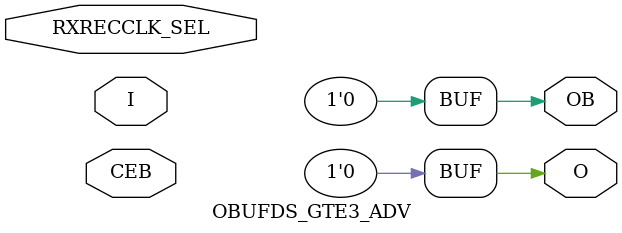
<source format=v>
module OBUFDS_GTE3_ADV(	// file.cleaned.mlir:2:3
  input        CEB,	// file.cleaned.mlir:2:33
  input  [3:0] I,	// file.cleaned.mlir:2:47
  input  [1:0] RXRECCLK_SEL,	// file.cleaned.mlir:2:59
  output       O,	// file.cleaned.mlir:2:83
               OB	// file.cleaned.mlir:2:95
);

  assign O = 1'h0;	// file.cleaned.mlir:3:14, :4:5
  assign OB = 1'h0;	// file.cleaned.mlir:3:14, :4:5
endmodule


</source>
